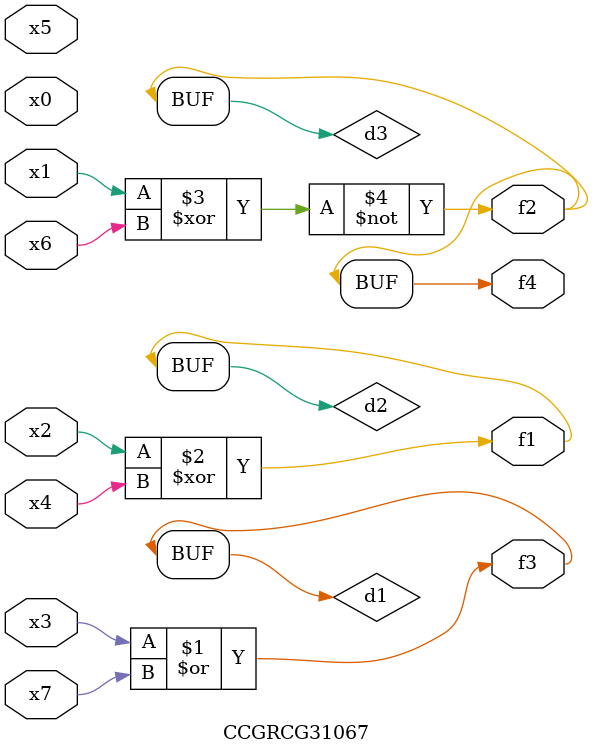
<source format=v>
module CCGRCG31067(
	input x0, x1, x2, x3, x4, x5, x6, x7,
	output f1, f2, f3, f4
);

	wire d1, d2, d3;

	or (d1, x3, x7);
	xor (d2, x2, x4);
	xnor (d3, x1, x6);
	assign f1 = d2;
	assign f2 = d3;
	assign f3 = d1;
	assign f4 = d3;
endmodule

</source>
